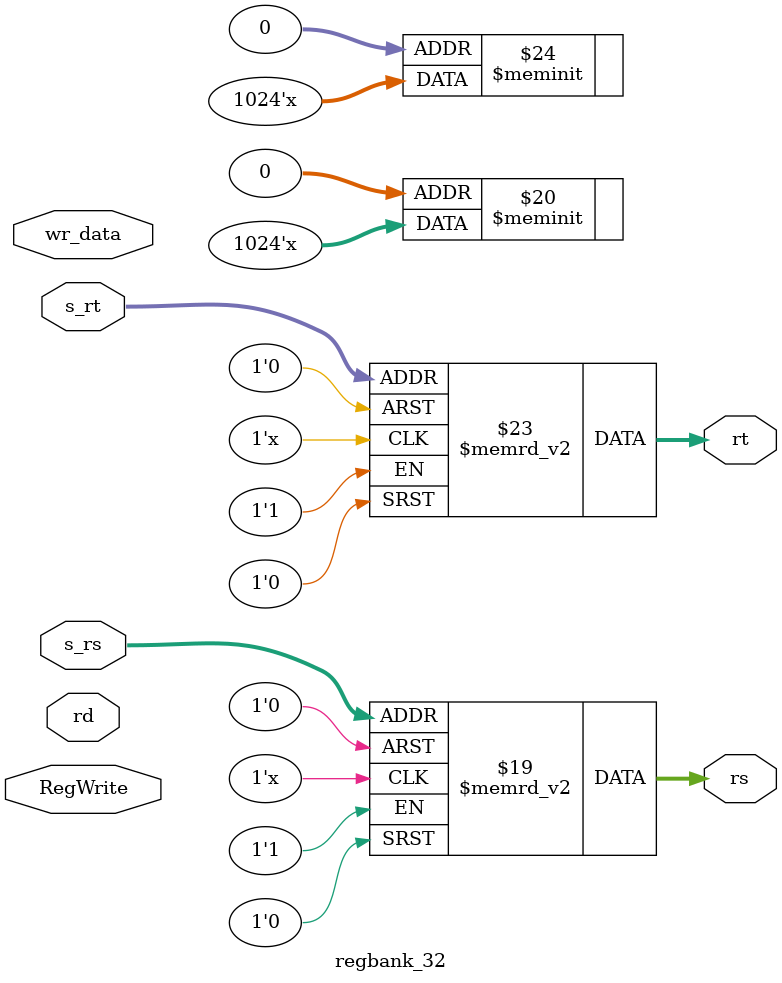
<source format=v>
`timescale 1ns / 1ns
module regbank_32(rs,rt,s_rs,s_rt,rd,wr_data,RegWrite);
    input [4:0]s_rs,s_rt,rd; //source and destination registers
    input [31:0] wr_data; // write data
    input RegWrite;
    output reg [31:0]rs,rt; // reg1,reg2
    reg [31:0]regfile[0:31]; // Register bank
    always@(*)
        begin
            rs=regfile[s_rs];
            rt=regfile[s_rt];
            if(RegWrite == 1)
                regfile[rd]=wr_data;
        end
    initial
        begin
            regfile[0]=32'h00000000;
            regfile[1]=32'h0000ff01;
            regfile[2]=32'h0000ff02;
            regfile[3]=32'h0000ff03;
            regfile[4]=32'h0000ff04;
            regfile[5]=32'h0000ff05;
            regfile[6]=32'h0000ff06;
            regfile[7]=32'h0000ff07;
            regfile[8]=32'h0000ff08;
            regfile[9]=32'h0000ff09;
            regfile[10]=32'h0000ff0a;
            regfile[11]=32'h0000ff0b;
            regfile[12]=32'h0000ff0c;
            regfile[13]=32'h0000ff0d;
            regfile[14]=32'h0000ff0e;
            regfile[15]=32'h0000ff0f;
            regfile[16]=32'h0000ff10;
            regfile[17]=32'h0000ff11;
            regfile[18]=32'h0000ff12;
            regfile[19]=32'h0000ff13;
            regfile[20]=32'h0000ff14;
            regfile[21]=32'h0000ff15;
            regfile[22]=32'h0000ff16;
            regfile[23]=32'h0000ff17;
            regfile[24]=32'h0000ff18;
            regfile[25]=32'h00000000;
            regfile[26]=32'h00000000;
            regfile[27]=32'h00000000;
            regfile[28]=32'h00000000;
            regfile[29]=32'h00000000;
            regfile[30]=32'h00000000;
            regfile[31]=32'h00000000;
        end 
endmodule

</source>
